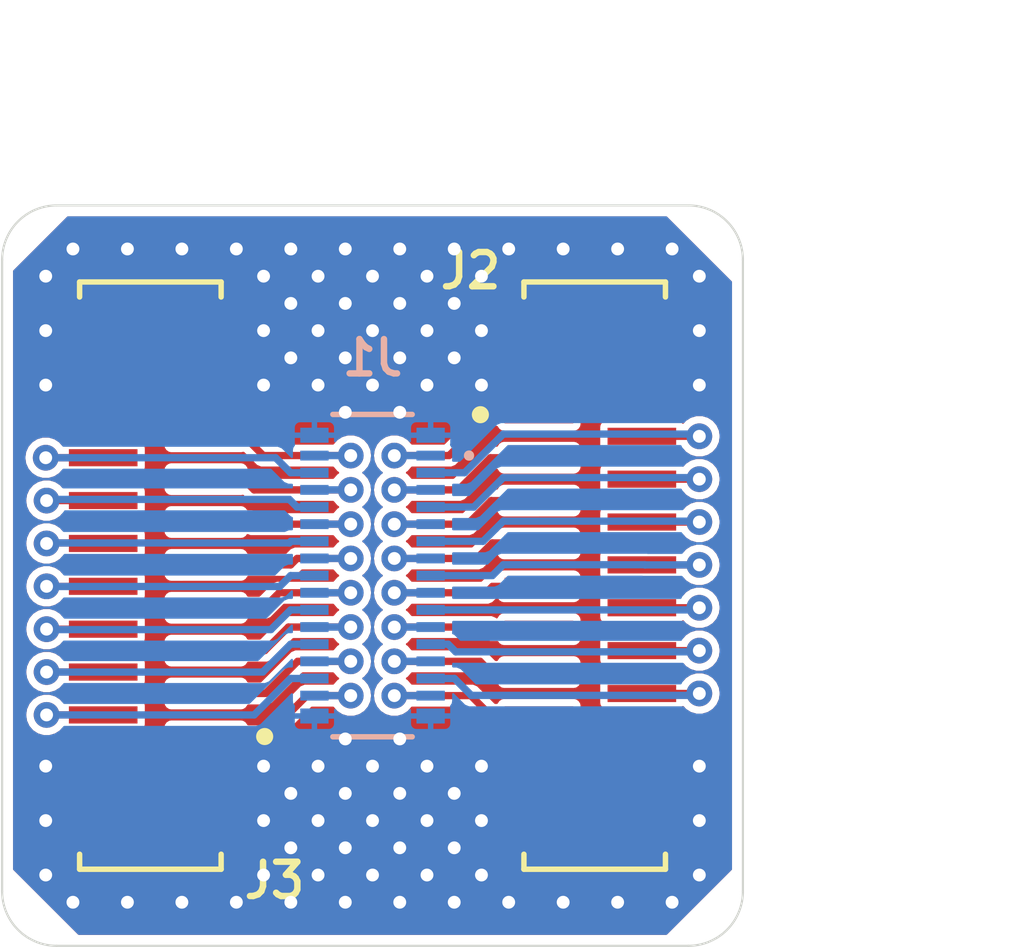
<source format=kicad_pcb>
(kicad_pcb (version 20240108) (generator "pcbnew") (generator_version "8.0")
  (layers (0 "F.Cu" signal) (31 "B.Cu" signal) (34 "B.Paste" user) (35 "F.Paste" user) (36 "B.SilkS" user "B.Silkscreen") (37 "F.SilkS" user "F.Silkscreen") (38 "B.Mask" user) (39 "F.Mask" user) (44 "Edge.Cuts" user))
  (net 0 "")
  (net 1 "/W25")
  (net 2 "/W6")
  (net 3 "/W8")
  (net 4 "/W22")
  (net 5 "/W17")
  (net 6 "/W10")
  (net 7 "/W23")
  (net 8 "/W21")
  (net 9 "/W19")
  (net 10 "/W9")
  (net 11 "/W24")
  (net 12 "/W27")
  (net 13 "/W1")
  (net 14 "/W13")
  (net 15 "/W2")
  (net 16 "/W15")
  (net 17 "/W12")
  (net 18 "/W30")
  (net 19 "/W18")
  (net 20 "/W7")
  (net 21 "/W29")
  (net 22 "/W14")
  (net 23 "/W3")
  (net 24 "/W4")
  (net 25 "/W16")
  (net 26 "/W5")
  (net 27 "/W11")
  (net 28 "/W26")
  (net 29 "/W28")
  (net 30 "/W20")
  (net 31 "GND")
  (footprint "local:TE_1-1734742-6" (layer "F.Cu") (at 81.28 44.45 -90)
    (property "Reference" "J2" (at -7.112 2.794 180) (layer "F.SilkS") (effects (font (size 0.8 0.8))))
    (property "Value" "ODD")
    (fp_line (start -6.85 1.55) (end -6.5 1.55) (stroke (width 0.127)) (layer "F.SilkS"))
    (fp_line (start 6.85 1.55) (end 6.5 1.55) (stroke (width 0.127)) (layer "F.SilkS"))
    (fp_line (start -6.85 -1.75) (end -6.85 1.55) (stroke (width 0.127)) (layer "F.SilkS"))
    (fp_line (start -6.5 -1.75) (end -6.85 -1.75) (stroke (width 0.127)) (layer "F.SilkS"))
    (fp_line (start 6.5 -1.75) (end 6.85 -1.75) (stroke (width 0.127)) (layer "F.SilkS"))
    (fp_line (start 6.85 -1.75) (end 6.85 1.55) (stroke (width 0.127)) (layer "F.SilkS"))
    (fp_circle (center -3.754 2.565) (end -3.654 2.565) (stroke (width 0.2)) (fill none) (layer "F.SilkS"))
    (pad "1" smd rect (at -3.75 1.2 270) (size 0.4 1.6) (layers "F.Cu" "F.Paste" "F.Mask") (net 13 "/W1"))
    (pad "2" smd rect (at -3.25 -1.2 270) (size 0.4 1.6) (layers "F.Cu" "F.Paste" "F.Mask") (net 23 "/W3"))
    (pad "3" smd rect (at -2.75 1.2 270) (size 0.4 1.6) (layers "F.Cu" "F.Paste" "F.Mask") (net 26 "/W5"))
    (pad "4" smd rect (at -2.25 -1.2 270) (size 0.4 1.6) (layers "F.Cu" "F.Paste" "F.Mask") (net 20 "/W7"))
    (pad "5" smd rect (at -1.75 1.2 270) (size 0.4 1.6) (layers "F.Cu" "F.Paste" "F.Mask") (net 10 "/W9"))
    (pad "6" smd rect (at -1.25 -1.2 270) (size 0.4 1.6) (layers "F.Cu" "F.Paste" "F.Mask") (net 27 "/W11"))
    (pad "7" smd rect (at -0.75 1.2 270) (size 0.4 1.6) (layers "F.Cu" "F.Paste" "F.Mask") (net 14 "/W13"))
    (pad "8" smd rect (at -0.25 -1.2 270) (size 0.4 1.6) (layers "F.Cu" "F.Paste" "F.Mask") (net 16 "/W15"))
    (pad "9" smd rect (at 0.25 1.2 270) (size 0.4 1.6) (layers "F.Cu" "F.Paste" "F.Mask") (net 5 "/W17"))
    (pad "10" smd rect (at 0.75 -1.2 270) (size 0.4 1.6) (layers "F.Cu" "F.Paste" "F.Mask") (net 9 "/W19"))
    (pad "11" smd rect (at 1.25 1.2 270) (size 0.4 1.6) (layers "F.Cu" "F.Paste" "F.Mask") (net 8 "/W21"))
    (pad "12" smd rect (at 1.75 -1.2 270) (size 0.4 1.6) (layers "F.Cu" "F.Paste" "F.Mask") (net 7 "/W23"))
    (pad "13" smd rect (at 2.25 1.2 270) (size 0.4 1.6) (layers "F.Cu" "F.Paste" "F.Mask") (net 1 "/W25"))
    (pad "14" smd rect (at 2.75 -1.2 270) (size 0.4 1.6) (layers "F.Cu" "F.Paste" "F.Mask") (net 12 "/W27"))
    (pad "15" smd rect (at 3.25 1.2 270) (size 0.4 1.6) (layers "F.Cu" "F.Paste" "F.Mask") (net 21 "/W29"))
    (pad "16" smd rect (at 3.75 -1.2 270) (size 0.4 1.6) (layers "F.Cu" "F.Paste" "F.Mask"))
    (pad "S1" smd rect (at -5.45 0 270) (size 1.4 2.9) (layers "F.Cu" "F.Paste" "F.Mask") (net 31 "GND"))
    (pad "S2" smd rect (at 5.45 0 270) (size 1.4 2.9) (layers "F.Cu" "F.Paste" "F.Mask") (net 31 "GND"))
  )
  (footprint "local:TE_1-1734742-6" (layer "F.Cu") (at 71.12 44.45 90)
    (property "Reference" "J3" (at -7.112 2.794 0) (layer "F.SilkS") (effects (font (size 0.8 0.8))))
    (property "Value" "EVEN")
    (fp_line (start 6.85 -1.75) (end 6.85 1.55) (stroke (width 0.127)) (layer "F.SilkS"))
    (fp_line (start 6.5 -1.75) (end 6.85 -1.75) (stroke (width 0.127)) (layer "F.SilkS"))
    (fp_line (start -6.5 -1.75) (end -6.85 -1.75) (stroke (width 0.127)) (layer "F.SilkS"))
    (fp_line (start -6.85 -1.75) (end -6.85 1.55) (stroke (width 0.127)) (layer "F.SilkS"))
    (fp_line (start 6.85 1.55) (end 6.5 1.55) (stroke (width 0.127)) (layer "F.SilkS"))
    (fp_line (start -6.85 1.55) (end -6.5 1.55) (stroke (width 0.127)) (layer "F.SilkS"))
    (fp_circle (center -3.754 2.565) (end -3.654 2.565) (stroke (width 0.2)) (fill none) (layer "F.SilkS"))
    (pad "1" smd rect (at -3.75 1.2 90) (size 0.4 1.6) (layers "F.Cu" "F.Paste" "F.Mask") (net 18 "/W30"))
    (pad "2" smd rect (at -3.25 -1.2 90) (size 0.4 1.6) (layers "F.Cu" "F.Paste" "F.Mask") (net 29 "/W28"))
    (pad "3" smd rect (at -2.75 1.2 90) (size 0.4 1.6) (layers "F.Cu" "F.Paste" "F.Mask") (net 28 "/W26"))
    (pad "4" smd rect (at -2.25 -1.2 90) (size 0.4 1.6) (layers "F.Cu" "F.Paste" "F.Mask") (net 11 "/W24"))
    (pad "5" smd rect (at -1.75 1.2 90) (size 0.4 1.6) (layers "F.Cu" "F.Paste" "F.Mask") (net 4 "/W22"))
    (pad "6" smd rect (at -1.25 -1.2 90) (size 0.4 1.6) (layers "F.Cu" "F.Paste" "F.Mask") (net 30 "/W20"))
    (pad "7" smd rect (at -0.75 1.2 90) (size 0.4 1.6) (layers "F.Cu" "F.Paste" "F.Mask") (net 19 "/W18"))
    (pad "8" smd rect (at -0.25 -1.2 90) (size 0.4 1.6) (layers "F.Cu" "F.Paste" "F.Mask") (net 25 "/W16"))
    (pad "9" smd rect (at 0.25 1.2 90) (size 0.4 1.6) (layers "F.Cu" "F.Paste" "F.Mask") (net 22 "/W14"))
    (pad "10" smd rect (at 0.75 -1.2 90) (size 0.4 1.6) (layers "F.Cu" "F.Paste" "F.Mask") (net 17 "/W12"))
    (pad "11" smd rect (at 1.25 1.2 90) (size 0.4 1.6) (layers "F.Cu" "F.Paste" "F.Mask") (net 6 "/W10"))
    (pad "12" smd rect (at 1.75 -1.2 90) (size 0.4 1.6) (layers "F.Cu" "F.Paste" "F.Mask") (net 3 "/W8"))
    (pad "13" smd rect (at 2.25 1.2 90) (size 0.4 1.6) (layers "F.Cu" "F.Paste" "F.Mask") (net 2 "/W6"))
    (pad "14" smd rect (at 2.75 -1.2 90) (size 0.4 1.6) (layers "F.Cu" "F.Paste" "F.Mask") (net 24 "/W4"))
    (pad "15" smd rect (at 3.25 1.2 90) (size 0.4 1.6) (layers "F.Cu" "F.Paste" "F.Mask") (net 15 "/W2"))
    (pad "16" smd rect (at 3.75 -1.2 90) (size 0.4 1.6) (layers "F.Cu" "F.Paste" "F.Mask"))
    (pad "S1" smd rect (at -5.45 0 90) (size 1.4 2.9) (layers "F.Cu" "F.Paste" "F.Mask") (net 31 "GND"))
    (pad "S2" smd rect (at 5.45 0 90) (size 1.4 2.9) (layers "F.Cu" "F.Paste" "F.Mask") (net 31 "GND"))
  )
  (footprint "local:HRS_DF40C-30DP-0.4V_51_" (layer "B.Cu") (at 76.2 44.45 -90)
    (property "Reference" "J1" (at -5.08 0 0) (layer "B.SilkS") (effects (font (size 0.8 0.8)) (justify mirror)))
    (property "Value" "DF40C-30DP-0.4V")
    (fp_line (start -3.76 0.925) (end -3.76 -0.925) (stroke (width 0.127)) (layer "B.SilkS"))
    (fp_line (start 3.76 -0.925) (end 3.76 0.925) (stroke (width 0.127)) (layer "B.SilkS"))
    (fp_circle (center -2.8 -2.25) (end -2.74 -2.25) (stroke (width 0.12)) (fill none) (layer "B.SilkS"))
    (pad "1" smd rect (at -2.8 -1.355 270) (size 0.23 0.66) (layers "B.Cu") (net 13 "/W1"))
    (pad "2" smd rect (at -2.8 1.355 270) (size 0.23 0.66) (layers "B.Cu") (net 15 "/W2"))
    (pad "3" smd rect (at -2.4 -1.355 270) (size 0.23 0.66) (layers "B.Cu") (net 23 "/W3"))
    (pad "4" smd rect (at -2.4 1.355 270) (size 0.23 0.66) (layers "B.Cu") (net 24 "/W4"))
    (pad "5" smd rect (at -2 -1.355 270) (size 0.23 0.66) (layers "B.Cu") (net 26 "/W5"))
    (pad "6" smd rect (at -2 1.355 270) (size 0.23 0.66) (layers "B.Cu") (net 2 "/W6"))
    (pad "7" smd rect (at -1.6 -1.355 270) (size 0.23 0.66) (layers "B.Cu") (net 20 "/W7"))
    (pad "8" smd rect (at -1.6 1.355 270) (size 0.23 0.66) (layers "B.Cu") (net 3 "/W8"))
    (pad "9" smd rect (at -1.2 -1.355 270) (size 0.23 0.66) (layers "B.Cu") (net 10 "/W9"))
    (pad "10" smd rect (at -1.2 1.355 270) (size 0.23 0.66) (layers "B.Cu") (net 6 "/W10"))
    (pad "11" smd rect (at -0.8 -1.355 270) (size 0.23 0.66) (layers "B.Cu") (net 27 "/W11"))
    (pad "12" smd rect (at -0.8 1.355 270) (size 0.23 0.66) (layers "B.Cu") (net 17 "/W12"))
    (pad "13" smd rect (at -0.4 -1.355 270) (size 0.23 0.66) (layers "B.Cu") (net 14 "/W13"))
    (pad "14" smd rect (at -0.4 1.355 270) (size 0.23 0.66) (layers "B.Cu") (net 22 "/W14"))
    (pad "15" smd rect (at 0 -1.355 270) (size 0.23 0.66) (layers "B.Cu") (net 16 "/W15"))
    (pad "16" smd rect (at 0 1.355 270) (size 0.23 0.66) (layers "B.Cu") (net 25 "/W16"))
    (pad "17" smd rect (at 0.4 -1.355 270) (size 0.23 0.66) (layers "B.Cu") (net 5 "/W17"))
    (pad "18" smd rect (at 0.4 1.355 270) (size 0.23 0.66) (layers "B.Cu") (net 19 "/W18"))
    (pad "19" smd rect (at 0.8 -1.355 270) (size 0.23 0.66) (layers "B.Cu") (net 9 "/W19"))
    (pad "20" smd rect (at 0.8 1.355 270) (size 0.23 0.66) (layers "B.Cu") (net 30 "/W20"))
    (pad "21" smd rect (at 1.2 -1.355 270) (size 0.23 0.66) (layers "B.Cu") (net 8 "/W21"))
    (pad "22" smd rect (at 1.2 1.355 270) (size 0.23 0.66) (layers "B.Cu") (net 4 "/W22"))
    (pad "23" smd rect (at 1.6 -1.355 270) (size 0.23 0.66) (layers "B.Cu") (net 7 "/W23"))
    (pad "24" smd rect (at 1.6 1.355 270) (size 0.23 0.66) (layers "B.Cu") (net 11 "/W24"))
    (pad "25" smd rect (at 2 -1.355 270) (size 0.23 0.66) (layers "B.Cu") (net 1 "/W25"))
    (pad "26" smd rect (at 2 1.355 270) (size 0.23 0.66) (layers "B.Cu") (net 28 "/W26"))
    (pad "27" smd rect (at 2.4 -1.355 270) (size 0.23 0.66) (layers "B.Cu") (net 12 "/W27"))
    (pad "28" smd rect (at 2.4 1.355 270) (size 0.23 0.66) (layers "B.Cu") (net 29 "/W28"))
    (pad "29" smd rect (at 2.8 -1.355 270) (size 0.23 0.66) (layers "B.Cu") (net 21 "/W29"))
    (pad "30" smd rect (at 2.8 1.355 270) (size 0.23 0.66) (layers "B.Cu") (net 18 "/W30"))
    (pad "S1" smd rect (at -3.275 -1.355 270) (size 0.35 0.66) (layers "B.Cu" "B.Mask") (net 31 "GND"))
    (pad "S2" smd rect (at -3.275 1.355 270) (size 0.35 0.66) (layers "B.Cu" "B.Mask") (net 31 "GND"))
    (pad "S3" smd rect (at 3.275 -1.355 270) (size 0.35 0.66) (layers "B.Cu" "B.Mask") (net 31 "GND"))
    (pad "S4" smd rect (at 3.275 1.355 270) (size 0.35 0.66) (layers "B.Cu" "B.Mask") (net 31 "GND"))
  )
  (gr_arc (start 83.566 35.814026) (mid 84.464016 36.186002) (end 84.836 37.084026) (stroke (width 0.05)) (layer "Edge.Cuts"))
  (gr_line (start 83.566 53.086026) (end 68.834 53.086026) (stroke (width 0.05)) (layer "Edge.Cuts"))
  (gr_line (start 84.836 51.816026) (end 84.836 37.084026) (stroke (width 0.05)) (layer "Edge.Cuts"))
  (gr_arc (start 67.564 37.084026) (mid 67.935965 36.185984) (end 68.834 35.814026) (stroke (width 0.05)) (layer "Edge.Cuts"))
  (gr_line (start 67.564 37.084026) (end 67.564 51.816026) (stroke (width 0.05)) (layer "Edge.Cuts"))
  (gr_line (start 68.834 35.814026) (end 83.566 35.814026) (stroke (width 0.05)) (layer "Edge.Cuts"))
  (gr_arc (start 84.836 51.816026) (mid 84.464016 52.714035) (end 83.566 53.086026) (stroke (width 0.05)) (layer "Edge.Cuts"))
  (gr_arc (start 68.834 53.086026) (mid 67.935965 52.714053) (end 67.564 51.816026) (stroke (width 0.05)) (layer "Edge.Cuts"))
  (segment (start 78.958 46.7) (end 78.708 46.45) (width 0.17) (layer "F.Cu") (net 1))
  (segment (start 80.08 46.7) (end 78.958 46.7) (width 0.17) (layer "F.Cu") (net 1))
  (segment (start 78.708 46.45) (end 76.708 46.45) (width 0.17) (layer "F.Cu") (net 1))
  (via (at 76.708 46.45) (size 0.6) (drill 0.3) (layers "F.Cu" "B.Cu") (net 1))
  (segment (start 77.555 46.45) (end 76.708 46.45) (width 0.17) (layer "B.Cu") (net 1))
  (segment (start 73.188 42.2) (end 72.32 42.2) (width 0.17) (layer "F.Cu") (net 2))
  (segment (start 75.692 42.45) (end 73.438 42.45) (width 0.17) (layer "F.Cu") (net 2))
  (segment (start 73.438 42.45) (end 73.188 42.2) (width 0.17) (layer "F.Cu") (net 2))
  (via (at 75.692 42.45) (size 0.6) (drill 0.3) (layers "F.Cu" "B.Cu") (net 2))
  (segment (start 75.692 42.45) (end 74.845 42.45) (width 0.17) (layer "B.Cu") (net 2))
  (segment (start 69.92 42.7) (end 68.6 42.7) (width 0.17) (layer "F.Cu") (net 3))
  (via (at 68.6 42.7) (size 0.6) (drill 0.3) (layers "F.Cu" "B.Cu") (net 3))
  (segment (start 74.26 42.672) (end 68.628 42.672) (width 0.17) (layer "B.Cu") (net 3))
  (segment (start 74.845 42.85) (end 74.438 42.85) (width 0.17) (layer "B.Cu") (net 3))
  (segment (start 74.438 42.85) (end 74.26 42.672) (width 0.17) (layer "B.Cu") (net 3))
  (segment (start 68.628 42.672) (end 68.6 42.7) (width 0.17) (layer "B.Cu") (net 3))
  (segment (start 75.692 45.65) (end 74.238 45.65) (width 0.17) (layer "F.Cu") (net 4))
  (segment (start 73.688 46.2) (end 72.32 46.2) (width 0.17) (layer "F.Cu") (net 4))
  (segment (start 74.238 45.65) (end 73.688 46.2) (width 0.17) (layer "F.Cu") (net 4))
  (via (at 75.692 45.65) (size 0.6) (drill 0.3) (layers "F.Cu" "B.Cu") (net 4))
  (segment (start 75.692 45.65) (end 74.845 45.65) (width 0.17) (layer "B.Cu") (net 4))
  (segment (start 78.848 44.85) (end 76.708 44.85) (width 0.17) (layer "F.Cu") (net 5))
  (segment (start 80.08 44.7) (end 78.998 44.7) (width 0.17) (layer "F.Cu") (net 5))
  (segment (start 78.998 44.7) (end 78.848 44.85) (width 0.17) (layer "F.Cu") (net 5))
  (via (at 76.708 44.85) (size 0.6) (drill 0.3) (layers "F.Cu" "B.Cu") (net 5))
  (segment (start 77.555 44.85) (end 76.708 44.85) (width 0.17) (layer "B.Cu") (net 5))
  (segment (start 75.692 43.25) (end 73.406 43.25) (width 0.17) (layer "F.Cu") (net 6))
  (segment (start 72.34 43.18) (end 72.32 43.2) (width 0.17) (layer "F.Cu") (net 6))
  (segment (start 73.336 43.18) (end 72.34 43.18) (width 0.17) (layer "F.Cu") (net 6))
  (segment (start 73.406 43.25) (end 73.336 43.18) (width 0.17) (layer "F.Cu") (net 6))
  (via (at 75.692 43.25) (size 0.6) (drill 0.3) (layers "F.Cu" "B.Cu") (net 6))
  (segment (start 75.692 43.25) (end 74.845 43.25) (width 0.17) (layer "B.Cu") (net 6))
  (segment (start 82.48 46.2) (end 83.82 46.2) (width 0.17) (layer "F.Cu") (net 7))
  (via (at 83.82 46.2) (size 0.6) (drill 0.3) (layers "F.Cu" "B.Cu") (net 7))
  (segment (start 77.962 46.05) (end 78.14 46.228) (width 0.17) (layer "B.Cu") (net 7))
  (segment (start 77.555 46.05) (end 77.962 46.05) (width 0.17) (layer "B.Cu") (net 7))
  (segment (start 83.792 46.228) (end 83.82 46.2) (width 0.17) (layer "B.Cu") (net 7))
  (segment (start 78.14 46.228) (end 83.792 46.228) (width 0.17) (layer "B.Cu") (net 7))
  (segment (start 78.924 45.65) (end 76.708 45.65) (width 0.17) (layer "F.Cu") (net 8))
  (segment (start 80.08 45.7) (end 80.06 45.72) (width 0.17) (layer "F.Cu") (net 8))
  (segment (start 78.994 45.72) (end 78.924 45.65) (width 0.17) (layer "F.Cu") (net 8))
  (segment (start 80.06 45.72) (end 78.994 45.72) (width 0.17) (layer "F.Cu") (net 8))
  (via (at 76.708 45.65) (size 0.6) (drill 0.3) (layers "F.Cu" "B.Cu") (net 8))
  (segment (start 77.555 45.65) (end 76.708 45.65) (width 0.17) (layer "B.Cu") (net 8))
  (segment (start 82.48 45.2) (end 83.82 45.2) (width 0.17) (layer "F.Cu") (net 9))
  (via (at 83.82 45.2) (size 0.6) (drill 0.3) (layers "F.Cu" "B.Cu") (net 9))
  (segment (start 77.555 45.25) (end 83.77 45.25) (width 0.17) (layer "B.Cu") (net 9))
  (segment (start 83.77 45.25) (end 83.82 45.2) (width 0.17) (layer "B.Cu") (net 9))
  (segment (start 78.966 42.7) (end 78.416 43.25) (width 0.17) (layer "F.Cu") (net 10))
  (segment (start 80.08 42.7) (end 78.966 42.7) (width 0.17) (layer "F.Cu") (net 10))
  (segment (start 78.416 43.25) (end 76.708 43.25) (width 0.17) (layer "F.Cu") (net 10))
  (via (at 76.708 43.25) (size 0.6) (drill 0.3) (layers "F.Cu" "B.Cu") (net 10))
  (segment (start 77.555 43.25) (end 76.708 43.25) (width 0.17) (layer "B.Cu") (net 10))
  (segment (start 69.92 46.7) (end 68.6 46.7) (width 0.17) (layer "F.Cu") (net 11))
  (via (at 68.6 46.7) (size 0.6) (drill 0.3) (layers "F.Cu" "B.Cu") (net 11))
  (segment (start 74.29 46.05) (end 73.64 46.7) (width 0.17) (layer "B.Cu") (net 11))
  (segment (start 73.64 46.7) (end 68.6 46.7) (width 0.17) (layer "B.Cu") (net 11))
  (segment (start 74.845 46.05) (end 74.29 46.05) (width 0.17) (layer "B.Cu") (net 11))
  (segment (start 82.48 47.2) (end 83.82 47.2) (width 0.17) (layer "F.Cu") (net 12))
  (via (at 83.82 47.2) (size 0.6) (drill 0.3) (layers "F.Cu" "B.Cu") (net 12))
  (segment (start 78.11 46.85) (end 78.504 47.244) (width 0.17) (layer "B.Cu") (net 12))
  (segment (start 83.776 47.244) (end 83.82 47.2) (width 0.17) (layer "B.Cu") (net 12))
  (segment (start 78.504 47.244) (end 83.776 47.244) (width 0.17) (layer "B.Cu") (net 12))
  (segment (start 77.555 46.85) (end 78.11 46.85) (width 0.17) (layer "B.Cu") (net 12))
  (segment (start 78.934 40.7) (end 77.984 41.65) (width 0.17) (layer "F.Cu") (net 13))
  (segment (start 80.08 40.7) (end 78.934 40.7) (width 0.17) (layer "F.Cu") (net 13))
  (segment (start 77.984 41.65) (end 76.708 41.65) (width 0.17) (layer "F.Cu") (net 13))
  (via (at 76.708 41.65) (size 0.6) (drill 0.3) (layers "F.Cu" "B.Cu") (net 13))
  (segment (start 77.555 41.65) (end 76.708 41.65) (width 0.17) (layer "B.Cu") (net 13))
  (segment (start 78.994 43.688) (end 78.632 44.05) (width 0.17) (layer "F.Cu") (net 14))
  (segment (start 80.08 43.7) (end 80.068 43.688) (width 0.17) (layer "F.Cu") (net 14))
  (segment (start 78.632 44.05) (end 76.708 44.05) (width 0.17) (layer "F.Cu") (net 14))
  (segment (start 80.068 43.688) (end 78.994 43.688) (width 0.17) (layer "F.Cu") (net 14))
  (via (at 76.708 44.05) (size 0.6) (drill 0.3) (layers "F.Cu" "B.Cu") (net 14))
  (segment (start 77.555 44.05) (end 76.708 44.05) (width 0.17) (layer "B.Cu") (net 14))
  (segment (start 73.654 41.65) (end 73.204 41.2) (width 0.17) (layer "F.Cu") (net 15))
  (segment (start 73.204 41.2) (end 72.32 41.2) (width 0.17) (layer "F.Cu") (net 15))
  (segment (start 75.692 41.65) (end 73.654 41.65) (width 0.17) (layer "F.Cu") (net 15))
  (via (at 75.692 41.65) (size 0.6) (drill 0.3) (layers "F.Cu" "B.Cu") (net 15))
  (segment (start 74.845 41.65) (end 75.692 41.65) (width 0.17) (layer "B.Cu") (net 15))
  (segment (start 82.48 44.2) (end 83.82 44.2) (width 0.17) (layer "F.Cu") (net 16))
  (via (at 83.82 44.2) (size 0.6) (drill 0.3) (layers "F.Cu" "B.Cu") (net 16))
  (segment (start 79.248 44.196) (end 82.55 44.196) (width 0.17) (layer "B.Cu") (net 16))
  (segment (start 82.554 44.2) (end 83.82 44.2) (width 0.17) (layer "B.Cu") (net 16))
  (segment (start 77.555 44.45) (end 78.994 44.45) (width 0.17) (layer "B.Cu") (net 16))
  (segment (start 82.55 44.196) (end 82.554 44.2) (width 0.17) (layer "B.Cu") (net 16))
  (segment (start 78.994 44.45) (end 79.248 44.196) (width 0.17) (layer "B.Cu") (net 16))
  (segment (start 69.908 43.688) (end 68.612 43.688) (width 0.17) (layer "F.Cu") (net 17))
  (segment (start 68.612 43.688) (end 68.6 43.7) (width 0.17) (layer "F.Cu") (net 17))
  (segment (start 69.92 43.7) (end 69.908 43.688) (width 0.17) (layer "F.Cu") (net 17))
  (via (at 68.6 43.7) (size 0.6) (drill 0.3) (layers "F.Cu" "B.Cu") (net 17))
  (segment (start 74.298 43.65) (end 74.26 43.688) (width 0.17) (layer "B.Cu") (net 17))
  (segment (start 74.845 43.65) (end 74.298 43.65) (width 0.17) (layer "B.Cu") (net 17))
  (segment (start 74.26 43.688) (end 68.612 43.688) (width 0.17) (layer "B.Cu") (net 17))
  (segment (start 68.612 43.688) (end 68.6 43.7) (width 0.17) (layer "B.Cu") (net 17))
  (segment (start 75.692 47.25) (end 74.67 47.25) (width 0.17) (layer "F.Cu") (net 18))
  (segment (start 73.72 48.2) (end 72.32 48.2) (width 0.17) (layer "F.Cu") (net 18))
  (segment (start 74.67 47.25) (end 73.72 48.2) (width 0.17) (layer "F.Cu") (net 18))
  (segment (start 72.964 48.2) (end 72.32 48.2) (width 0.17) (layer "F.Cu") (net 18))
  (via (at 75.692 47.25) (size 0.6) (drill 0.3) (layers "F.Cu" "B.Cu") (net 18))
  (segment (start 75.692 47.25) (end 74.845 47.25) (width 0.17) (layer "B.Cu") (net 18))
  (segment (start 74.022 44.85) (end 73.672 45.2) (width 0.17) (layer "F.Cu") (net 19))
  (segment (start 73.672 45.2) (end 72.32 45.2) (width 0.17) (layer "F.Cu") (net 19))
  (segment (start 75.692 44.85) (end 74.022 44.85) (width 0.17) (layer "F.Cu") (net 19))
  (via (at 75.692 44.85) (size 0.6) (drill 0.3) (layers "F.Cu" "B.Cu") (net 19))
  (segment (start 75.692 44.85) (end 74.845 44.85) (width 0.17) (layer "B.Cu") (net 19))
  (segment (start 82.48 42.2) (end 83.82 42.2) (width 0.17) (layer "F.Cu") (net 20))
  (via (at 83.82 42.2) (size 0.6) (drill 0.3) (layers "F.Cu" "B.Cu") (net 20))
  (segment (start 83.784 42.164) (end 83.82 42.2) (width 0.17) (layer "B.Cu") (net 20))
  (segment (start 77.555 42.85) (end 78.562 42.85) (width 0.17) (layer "B.Cu") (net 20))
  (segment (start 79.248 42.164) (end 83.784 42.164) (width 0.17) (layer "B.Cu") (net 20))
  (segment (start 78.562 42.85) (end 79.248 42.164) (width 0.17) (layer "B.Cu") (net 20))
  (segment (start 78.942 47.7) (end 80.08 47.7) (width 0.17) (layer "F.Cu") (net 21))
  (segment (start 76.708 47.25) (end 78.492 47.25) (width 0.17) (layer "F.Cu") (net 21))
  (segment (start 78.492 47.25) (end 78.942 47.7) (width 0.17) (layer "F.Cu") (net 21))
  (via (at 76.708 47.25) (size 0.6) (drill 0.3) (layers "F.Cu" "B.Cu") (net 21))
  (segment (start 77.555 47.25) (end 76.708 47.25) (width 0.17) (layer "B.Cu") (net 21))
  (segment (start 74.441 44.05) (end 74.291 44.2) (width 0.17) (layer "F.Cu") (net 22))
  (segment (start 75.692 44.05) (end 74.441 44.05) (width 0.17) (layer "F.Cu") (net 22))
  (segment (start 74.291 44.2) (end 72.32 44.2) (width 0.17) (layer "F.Cu") (net 22))
  (via (at 75.692 44.05) (size 0.6) (drill 0.3) (layers "F.Cu" "B.Cu") (net 22))
  (segment (start 75.692 44.05) (end 74.845 44.05) (width 0.17) (layer "B.Cu") (net 22))
  (segment (start 82.48 41.2) (end 83.82 41.2) (width 0.17) (layer "F.Cu") (net 23))
  (via (at 83.82 41.2) (size 0.6) (drill 0.3) (layers "F.Cu" "B.Cu") (net 23))
  (segment (start 78.346 42.05) (end 79.248 41.148) (width 0.17) (layer "B.Cu") (net 23))
  (segment (start 79.248 41.148) (end 83.768 41.148) (width 0.17) (layer "B.Cu") (net 23))
  (segment (start 77.555 42.05) (end 78.346 42.05) (width 0.17) (layer "B.Cu") (net 23))
  (segment (start 83.768 41.148) (end 83.82 41.2) (width 0.17) (layer "B.Cu") (net 23))
  (segment (start 69.92 41.7) (end 68.58 41.7) (width 0.17) (layer "F.Cu") (net 24))
  (via (at 68.58 41.7) (size 0.6) (drill 0.3) (layers "F.Cu" "B.Cu") (net 24))
  (segment (start 73.94 41.7) (end 68.58 41.7) (width 0.17) (layer "B.Cu") (net 24))
  (segment (start 74.845 42.05) (end 74.29 42.05) (width 0.17) (layer "B.Cu") (net 24))
  (segment (start 74.29 42.05) (end 73.94 41.7) (width 0.17) (layer "B.Cu") (net 24))
  (segment (start 69.92 44.7) (end 68.6 44.7) (width 0.17) (layer "F.Cu") (net 25))
  (via (at 68.6 44.7) (size 0.6) (drill 0.3) (layers "F.Cu" "B.Cu") (net 25))
  (segment (start 74.036 44.704) (end 68.604 44.704) (width 0.17) (layer "B.Cu") (net 25))
  (segment (start 74.29 44.45) (end 74.036 44.704) (width 0.17) (layer "B.Cu") (net 25))
  (segment (start 74.845 44.45) (end 74.29 44.45) (width 0.17) (layer "B.Cu") (net 25))
  (segment (start 68.604 44.704) (end 68.6 44.7) (width 0.17) (layer "B.Cu") (net 25))
  (segment (start 78.2 42.45) (end 76.708 42.45) (width 0.17) (layer "F.Cu") (net 26))
  (segment (start 78.95 41.7) (end 78.2 42.45) (width 0.17) (layer "F.Cu") (net 26))
  (segment (start 80.08 41.7) (end 78.95 41.7) (width 0.17) (layer "F.Cu") (net 26))
  (via (at 76.708 42.45) (size 0.6) (drill 0.3) (layers "F.Cu" "B.Cu") (net 26))
  (segment (start 77.555 42.45) (end 76.708 42.45) (width 0.17) (layer "B.Cu") (net 26))
  (segment (start 82.48 43.2) (end 83.82 43.2) (width 0.17) (layer "F.Cu") (net 27))
  (via (at 83.82 43.2) (size 0.6) (drill 0.3) (layers "F.Cu" "B.Cu") (net 27))
  (segment (start 77.555 43.65) (end 78.778 43.65) (width 0.17) (layer "B.Cu") (net 27))
  (segment (start 83.8 43.18) (end 83.82 43.2) (width 0.17) (layer "B.Cu") (net 27))
  (segment (start 78.778 43.65) (end 79.248 43.18) (width 0.17) (layer "B.Cu") (net 27))
  (segment (start 79.248 43.18) (end 83.8 43.18) (width 0.17) (layer "B.Cu") (net 27))
  (segment (start 75.692 46.45) (end 74.454 46.45) (width 0.17) (layer "F.Cu") (net 28))
  (segment (start 73.704 47.2) (end 72.32 47.2) (width 0.17) (layer "F.Cu") (net 28))
  (segment (start 74.454 46.45) (end 73.704 47.2) (width 0.17) (layer "F.Cu") (net 28))
  (via (at 75.692 46.45) (size 0.6) (drill 0.3) (layers "F.Cu" "B.Cu") (net 28))
  (segment (start 75.692 46.45) (end 74.845 46.45) (width 0.17) (layer "B.Cu") (net 28))
  (segment (start 69.92 47.7) (end 68.6 47.7) (width 0.17) (layer "F.Cu") (net 29))
  (via (at 68.6 47.7) (size 0.6) (drill 0.3) (layers "F.Cu" "B.Cu") (net 29))
  (segment (start 73.44 47.7) (end 68.6 47.7) (width 0.17) (layer "B.Cu") (net 29))
  (segment (start 74.845 46.85) (end 74.29 46.85) (width 0.17) (layer "B.Cu") (net 29))
  (segment (start 74.29 46.85) (end 73.44 47.7) (width 0.17) (layer "B.Cu") (net 29))
  (segment (start 69.92 45.7) (end 68.6 45.7) (width 0.17) (layer "F.Cu") (net 30))
  (via (at 68.6 45.7) (size 0.6) (drill 0.3) (layers "F.Cu" "B.Cu") (net 30))
  (segment (start 68.61 45.71) (end 68.6 45.7) (width 0.17) (layer "B.Cu") (net 30))
  (segment (start 74.29 45.25) (end 73.83 45.71) (width 0.17) (layer "B.Cu") (net 30))
  (segment (start 73.83 45.71) (end 68.61 45.71) (width 0.17) (layer "B.Cu") (net 30))
  (segment (start 74.845 45.25) (end 74.29 45.25) (width 0.17) (layer "B.Cu") (net 30))
  (via (at 78.105 36.83) (size 0.6) (drill 0.3) (layers "F.Cu" "B.Cu") (net 31))
  (via (at 74.93 40.005) (size 0.6) (drill 0.3) (layers "F.Cu" "B.Cu") (net 31))
  (via (at 76.835 52.07) (size 0.6) (drill 0.3) (layers "F.Cu" "B.Cu") (net 31))
  (via (at 74.295 36.83) (size 0.6) (drill 0.3) (layers "F.Cu" "B.Cu") (net 31))
  (via (at 75.565 50.8) (size 0.6) (drill 0.3) (layers "F.Cu" "B.Cu") (net 31))
  (via (at 73.66 50.165) (size 0.6) (drill 0.3) (layers "F.Cu" "B.Cu") (net 31))
  (via (at 76.835 38.1) (size 0.6) (drill 0.3) (layers "F.Cu" "B.Cu") (net 31))
  (via (at 78.105 52.07) (size 0.6) (drill 0.3) (layers "F.Cu" "B.Cu") (net 31))
  (via (at 76.835 39.37) (size 0.6) (drill 0.3) (layers "F.Cu" "B.Cu") (net 31))
  (via (at 74.295 38.1) (size 0.6) (drill 0.3) (layers "F.Cu" "B.Cu") (net 31))
  (via (at 76.2 50.165) (size 0.6) (drill 0.3) (layers "F.Cu" "B.Cu") (net 31))
  (via (at 78.105 39.37) (size 0.6) (drill 0.3) (layers "F.Cu" "B.Cu") (net 31))
  (via (at 83.82 38.735) (size 0.6) (drill 0.3) (layers "F.Cu" "B.Cu") (net 31))
  (via (at 74.93 37.465) (size 0.6) (drill 0.3) (layers "F.Cu" "B.Cu") (net 31))
  (via (at 73.025 36.83) (size 0.6) (drill 0.3) (layers "F.Cu" "B.Cu") (net 31))
  (via (at 83.82 37.465) (size 0.6) (drill 0.3) (layers "F.Cu" "B.Cu") (net 31))
  (via (at 74.295 52.07) (size 0.6) (drill 0.3) (layers "F.Cu" "B.Cu") (net 31))
  (via (at 77.47 37.465) (size 0.6) (drill 0.3) (layers "F.Cu" "B.Cu") (net 31))
  (via (at 76.835 40.64) (size 0.6) (drill 0.3) (layers "F.Cu" "B.Cu") (net 31))
  (via (at 77.47 38.735) (size 0.6) (drill 0.3) (layers "F.Cu" "B.Cu") (net 31))
  (via (at 78.105 49.53) (size 0.6) (drill 0.3) (layers "F.Cu" "B.Cu") (net 31))
  (via (at 78.74 40.005) (size 0.6) (drill 0.3) (layers "F.Cu" "B.Cu") (net 31))
  (via (at 75.565 39.37) (size 0.6) (drill 0.3) (layers "F.Cu" "B.Cu") (net 31))
  (via (at 81.915 52.07) (size 0.6) (drill 0.3) (layers "F.Cu" "B.Cu") (net 31))
  (via (at 75.565 48.26) (size 0.6) (drill 0.3) (layers "F.Cu" "B.Cu") (net 31))
  (via (at 74.295 39.37) (size 0.6) (drill 0.3) (layers "F.Cu" "B.Cu") (net 31))
  (via (at 75.565 40.64) (size 0.6) (drill 0.3) (layers "F.Cu" "B.Cu") (net 31))
  (via (at 73.66 48.895) (size 0.6) (drill 0.3) (layers "F.Cu" "B.Cu") (net 31))
  (via (at 74.93 38.735) (size 0.6) (drill 0.3) (layers "F.Cu" "B.Cu") (net 31))
  (via (at 83.82 48.895) (size 0.6) (drill 0.3) (layers "F.Cu" "B.Cu") (net 31))
  (via (at 83.82 40.005) (size 0.6) (drill 0.3) (layers "F.Cu" "B.Cu") (net 31))
  (via (at 74.93 50.165) (size 0.6) (drill 0.3) (layers "F.Cu" "B.Cu") (net 31))
  (via (at 74.295 50.8) (size 0.6) (drill 0.3) (layers "F.Cu" "B.Cu") (net 31))
  (via (at 77.47 40.005) (size 0.6) (drill 0.3) (layers "F.Cu" "B.Cu") (net 31))
  (via (at 70.485 36.83) (size 0.6) (drill 0.3) (layers "F.Cu" "B.Cu") (net 31))
  (via (at 73.66 37.465) (size 0.6) (drill 0.3) (layers "F.Cu" "B.Cu") (net 31))
  (via (at 76.2 48.895) (size 0.6) (drill 0.3) (layers "F.Cu" "B.Cu") (net 31))
  (via (at 78.105 38.1) (size 0.6) (drill 0.3) (layers "F.Cu" "B.Cu") (net 31))
  (via (at 73.66 51.435) (size 0.6) (drill 0.3) (layers "F.Cu" "B.Cu") (net 31))
  (via (at 75.565 52.07) (size 0.6) (drill 0.3) (layers "F.Cu" "B.Cu") (net 31))
  (via (at 79.375 52.07) (size 0.6) (drill 0.3) (layers "F.Cu" "B.Cu") (net 31))
  (via (at 68.58 40.005) (size 0.6) (drill 0.3) (layers "F.Cu" "B.Cu") (net 31))
  (via (at 74.93 51.435) (size 0.6) (drill 0.3) (layers "F.Cu" "B.Cu") (net 31))
  (via (at 80.645 36.83) (size 0.6) (drill 0.3) (layers "F.Cu" "B.Cu") (net 31))
  (via (at 76.2 37.465) (size 0.6) (drill 0.3) (layers "F.Cu" "B.Cu") (net 31))
  (via (at 83.82 51.435) (size 0.6) (drill 0.3) (layers "F.Cu" "B.Cu") (net 31))
  (via (at 77.47 48.895) (size 0.6) (drill 0.3) (layers "F.Cu" "B.Cu") (net 31))
  (via (at 70.485 52.07) (size 0.6) (drill 0.3) (layers "F.Cu" "B.Cu") (net 31))
  (via (at 78.74 50.165) (size 0.6) (drill 0.3) (layers "F.Cu" "B.Cu") (net 31))
  (via (at 81.915 36.83) (size 0.6) (drill 0.3) (layers "F.Cu" "B.Cu") (net 31))
  (via (at 83.185 36.83) (size 0.6) (drill 0.3) (layers "F.Cu" "B.Cu") (net 31))
  (via (at 68.58 48.895) (size 0.6) (drill 0.3) (layers "F.Cu" "B.Cu") (net 31))
  (via (at 73.025 52.07) (size 0.6) (drill 0.3) (layers "F.Cu" "B.Cu") (net 31))
  (via (at 78.74 38.735) (size 0.6) (drill 0.3) (layers "F.Cu" "B.Cu") (net 31))
  (via (at 83.185 52.07) (size 0.6) (drill 0.3) (layers "F.Cu" "B.Cu") (net 31))
  (via (at 76.835 49.53) (size 0.6) (drill 0.3) (layers "F.Cu" "B.Cu") (net 31))
  (via (at 68.58 37.465) (size 0.6) (drill 0.3) (layers "F.Cu" "B.Cu") (net 31))
  (via (at 83.82 50.165) (size 0.6) (drill 0.3) (layers "F.Cu" "B.Cu") (net 31))
  (via (at 76.2 51.435) (size 0.6) (drill 0.3) (layers "F.Cu" "B.Cu") (net 31))
  (via (at 74.295 49.53) (size 0.6) (drill 0.3) (layers "F.Cu" "B.Cu") (net 31))
  (via (at 78.74 48.895) (size 0.6) (drill 0.3) (layers "F.Cu" "B.Cu") (net 31))
  (via (at 78.74 37.465) (size 0.6) (drill 0.3) (layers "F.Cu" "B.Cu") (net 31))
  (via (at 75.565 38.1) (size 0.6) (drill 0.3) (layers "F.Cu" "B.Cu") (net 31))
  (via (at 68.58 50.165) (size 0.6) (drill 0.3) (layers "F.Cu" "B.Cu") (net 31))
  (via (at 76.835 36.83) (size 0.6) (drill 0.3) (layers "F.Cu" "B.Cu") (net 31))
  (via (at 73.66 40.005) (size 0.6) (drill 0.3) (layers "F.Cu" "B.Cu") (net 31))
  (via (at 80.645 52.07) (size 0.6) (drill 0.3) (layers "F.Cu" "B.Cu") (net 31))
  (via (at 68.58 38.735) (size 0.6) (drill 0.3) (layers "F.Cu" "B.Cu") (net 31))
  (via (at 78.74 51.435) (size 0.6) (drill 0.3) (layers "F.Cu" "B.Cu") (net 31))
  (via (at 79.375 36.83) (size 0.6) (drill 0.3) (layers "F.Cu" "B.Cu") (net 31))
  (via (at 74.93 48.895) (size 0.6) (drill 0.3) (layers "F.Cu" "B.Cu") (net 31))
  (via (at 68.58 51.435) (size 0.6) (drill 0.3) (layers "F.Cu" "B.Cu") (net 31))
  (via (at 69.215 52.07) (size 0.6) (drill 0.3) (layers "F.Cu" "B.Cu") (net 31))
  (via (at 73.66 38.735) (size 0.6) (drill 0.3) (layers "F.Cu" "B.Cu") (net 31))
  (via (at 71.755 52.07) (size 0.6) (drill 0.3) (layers "F.Cu" "B.Cu") (net 31))
  (via (at 76.2 40.005) (size 0.6) (drill 0.3) (layers "F.Cu" "B.Cu") (net 31))
  (via (at 77.47 50.165) (size 0.6) (drill 0.3) (layers "F.Cu" "B.Cu") (net 31))
  (via (at 78.105 50.8) (size 0.6) (drill 0.3) (layers "F.Cu" "B.Cu") (net 31))
  (via (at 76.835 48.26) (size 0.6) (drill 0.3) (layers "F.Cu" "B.Cu") (net 31))
  (via (at 76.835 50.8) (size 0.6) (drill 0.3) (layers "F.Cu" "B.Cu") (net 31))
  (via (at 76.2 38.735) (size 0.6) (drill 0.3) (layers "F.Cu" "B.Cu") (net 31))
  (via (at 75.565 49.53) (size 0.6) (drill 0.3) (layers "F.Cu" "B.Cu") (net 31))
  (via (at 71.755 36.83) (size 0.6) (drill 0.3) (layers "F.Cu" "B.Cu") (net 31))
  (via (at 77.47 51.435) (size 0.6) (drill 0.3) (layers "F.Cu" "B.Cu") (net 31))
  (via (at 75.565 36.83) (size 0.6) (drill 0.3) (layers "F.Cu" "B.Cu") (net 31))
  (via (at 69.215 36.83) (size 0.6) (drill 0.3) (layers "F.Cu" "B.Cu") (net 31))
  (zone (net 31) (net_name "GND") (layer "F.Cu") (name "GND_F") (connect_pads (clearance 0.17)) (min_thickness 0.05) (fill yes (thermal_gap 0.127) (thermal_bridge_width 0.127) (island_removal_mode 1) (island_area_min 10))
    (polygon (pts (xy 67.818 37.338) (xy 69.088 36.068) (xy 83.058 36.068) (xy 84.582 37.592) (xy 84.582 51.308) (xy 83.058 52.832) (xy 69.342 52.832) (xy 67.818 51.308)))
  )
  (zone (net 31) (net_name "GND") (layer "B.Cu") (name "GND_B") (connect_pads (clearance 0.127)) (min_thickness 0.05) (fill yes (thermal_gap 0.127) (thermal_bridge_width 0.127) (island_removal_mode 1) (island_area_min 10))
    (polygon (pts (xy 67.818 37.338) (xy 69.088 36.068) (xy 83.058 36.068) (xy 84.582 37.592) (xy 84.582 51.308) (xy 83.058 52.832) (xy 69.342 52.832) (xy 67.818 51.308)))
  )
)
</source>
